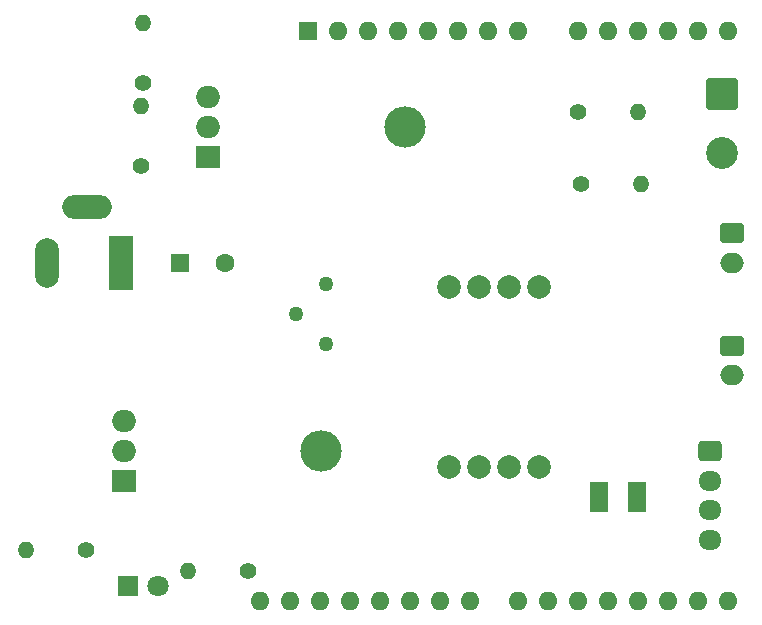
<source format=gbr>
%TF.GenerationSoftware,KiCad,Pcbnew,6.0.11+dfsg-1*%
%TF.CreationDate,2025-02-08T18:02:19+02:00*%
%TF.ProjectId,pet_puller_shield,7065745f-7075-46c6-9c65-725f73686965,rev?*%
%TF.SameCoordinates,Original*%
%TF.FileFunction,Soldermask,Bot*%
%TF.FilePolarity,Negative*%
%FSLAX46Y46*%
G04 Gerber Fmt 4.6, Leading zero omitted, Abs format (unit mm)*
G04 Created by KiCad (PCBNEW 6.0.11+dfsg-1) date 2025-02-08 18:02:19*
%MOMM*%
%LPD*%
G01*
G04 APERTURE LIST*
G04 Aperture macros list*
%AMRoundRect*
0 Rectangle with rounded corners*
0 $1 Rounding radius*
0 $2 $3 $4 $5 $6 $7 $8 $9 X,Y pos of 4 corners*
0 Add a 4 corners polygon primitive as box body*
4,1,4,$2,$3,$4,$5,$6,$7,$8,$9,$2,$3,0*
0 Add four circle primitives for the rounded corners*
1,1,$1+$1,$2,$3*
1,1,$1+$1,$4,$5*
1,1,$1+$1,$6,$7*
1,1,$1+$1,$8,$9*
0 Add four rect primitives between the rounded corners*
20,1,$1+$1,$2,$3,$4,$5,0*
20,1,$1+$1,$4,$5,$6,$7,0*
20,1,$1+$1,$6,$7,$8,$9,0*
20,1,$1+$1,$8,$9,$2,$3,0*%
G04 Aperture macros list end*
%ADD10R,1.600000X1.600000*%
%ADD11O,1.600000X1.600000*%
%ADD12RoundRect,0.250001X-1.099999X1.099999X-1.099999X-1.099999X1.099999X-1.099999X1.099999X1.099999X0*%
%ADD13C,2.700000*%
%ADD14C,1.400000*%
%ADD15O,1.400000X1.400000*%
%ADD16O,3.500000X3.500000*%
%ADD17R,2.000000X1.905000*%
%ADD18O,2.000000X1.905000*%
%ADD19R,1.800000X1.800000*%
%ADD20C,1.800000*%
%ADD21RoundRect,0.250000X-0.725000X0.600000X-0.725000X-0.600000X0.725000X-0.600000X0.725000X0.600000X0*%
%ADD22O,1.950000X1.700000*%
%ADD23RoundRect,0.250000X-0.750000X0.600000X-0.750000X-0.600000X0.750000X-0.600000X0.750000X0.600000X0*%
%ADD24O,2.000000X1.700000*%
%ADD25C,1.600000*%
%ADD26R,2.000000X4.600000*%
%ADD27O,2.000000X4.200000*%
%ADD28O,4.200000X2.000000*%
%ADD29C,1.260000*%
%ADD30R,1.524000X2.524000*%
%ADD31C,2.000000*%
G04 APERTURE END LIST*
D10*
%TO.C,A1*%
X151130000Y-85090000D03*
D11*
X153670000Y-85090000D03*
X156210000Y-85090000D03*
X158750000Y-85090000D03*
X161290000Y-85090000D03*
X163830000Y-85090000D03*
X166370000Y-85090000D03*
X168910000Y-85090000D03*
X173990000Y-85090000D03*
X176530000Y-85090000D03*
X179070000Y-85090000D03*
X181610000Y-85090000D03*
X184150000Y-85090000D03*
X186690000Y-85090000D03*
X186690000Y-133350000D03*
X184150000Y-133350000D03*
X181610000Y-133350000D03*
X179070000Y-133350000D03*
X176530000Y-133350000D03*
X173990000Y-133350000D03*
X171450000Y-133350000D03*
X168910000Y-133350000D03*
X164850000Y-133350000D03*
X162310000Y-133350000D03*
X159770000Y-133350000D03*
X157230000Y-133350000D03*
X154690000Y-133350000D03*
X152150000Y-133350000D03*
X149610000Y-133350000D03*
X147070000Y-133350000D03*
%TD*%
D12*
%TO.C,J4*%
X186140000Y-90432500D03*
D13*
X186140000Y-95432500D03*
%TD*%
D14*
%TO.C,R1*%
X174244000Y-98044000D03*
D15*
X179324000Y-98044000D03*
%TD*%
D16*
%TO.C,Q1*%
X159322000Y-93218000D03*
D17*
X142662000Y-95758000D03*
D18*
X142662000Y-93218000D03*
X142662000Y-90678000D03*
%TD*%
D14*
%TO.C,R2*%
X146050000Y-130810000D03*
D15*
X140970000Y-130810000D03*
%TD*%
D19*
%TO.C,D1*%
X135865000Y-132080000D03*
D20*
X138405000Y-132080000D03*
%TD*%
D21*
%TO.C,J5*%
X185120000Y-120710000D03*
D22*
X185120000Y-123210000D03*
X185120000Y-125710000D03*
X185120000Y-128210000D03*
%TD*%
D14*
%TO.C,R3*%
X173990000Y-91948000D03*
D15*
X179070000Y-91948000D03*
%TD*%
D14*
%TO.C,R4*%
X132334000Y-129032000D03*
D15*
X127254000Y-129032000D03*
%TD*%
D23*
%TO.C,J3*%
X187025000Y-102255000D03*
D24*
X187025000Y-104755000D03*
%TD*%
D16*
%TO.C,U1*%
X152210000Y-120650000D03*
D17*
X135550000Y-123190000D03*
D18*
X135550000Y-120650000D03*
X135550000Y-118110000D03*
%TD*%
D23*
%TO.C,J2*%
X187025000Y-111780000D03*
D24*
X187025000Y-114280000D03*
%TD*%
D14*
%TO.C,R6*%
X136995000Y-96520000D03*
D15*
X136995000Y-91440000D03*
%TD*%
D10*
%TO.C,C1*%
X140289094Y-104775000D03*
D25*
X144089094Y-104775000D03*
%TD*%
D26*
%TO.C,J1*%
X135255000Y-104790000D03*
D27*
X128955000Y-104790000D03*
D28*
X132355000Y-99990000D03*
%TD*%
D29*
%TO.C,RV1*%
X152654000Y-106516000D03*
X150114000Y-109056000D03*
X152654000Y-111596000D03*
%TD*%
D30*
%TO.C,U2*%
X178943000Y-124547500D03*
X175768000Y-124547500D03*
D31*
X170688000Y-122007500D03*
X168148000Y-122007500D03*
X165608000Y-122007500D03*
X163068000Y-122007500D03*
X163068000Y-106767500D03*
X165608000Y-106767500D03*
X168148000Y-106767500D03*
X170688000Y-106767500D03*
%TD*%
D14*
%TO.C,R5*%
X137160000Y-89535000D03*
D15*
X137160000Y-84455000D03*
%TD*%
M02*

</source>
